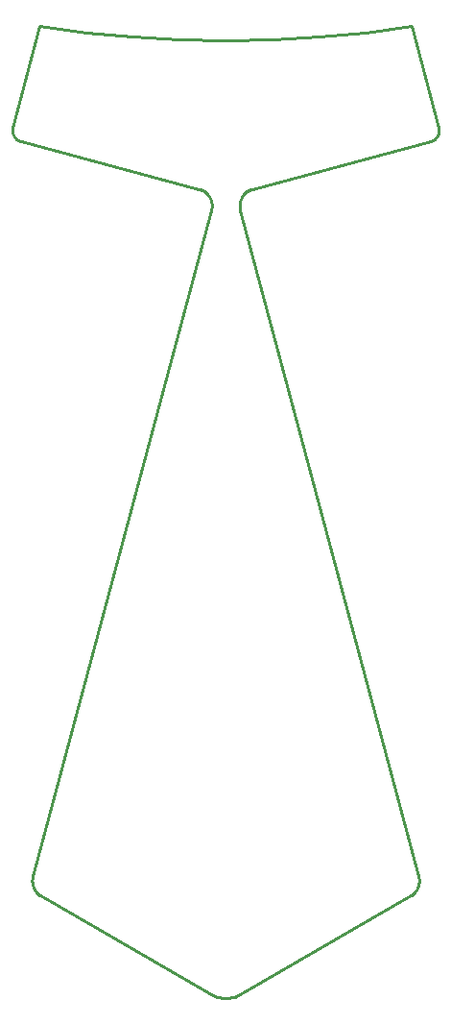
<source format=gbr>
%TF.GenerationSoftware,KiCad,Pcbnew,(5.99.0-12889-g70df3822b5)*%
%TF.CreationDate,2021-11-17T13:45:06-05:00*%
%TF.ProjectId,cover,636f7665-722e-46b6-9963-61645f706362,rev?*%
%TF.SameCoordinates,Original*%
%TF.FileFunction,Profile,NP*%
%FSLAX46Y46*%
G04 Gerber Fmt 4.6, Leading zero omitted, Abs format (unit mm)*
G04 Created by KiCad (PCBNEW (5.99.0-12889-g70df3822b5)) date 2021-11-17 13:45:06*
%MOMM*%
%LPD*%
G01*
G04 APERTURE LIST*
%TA.AperFunction,Profile*%
%ADD10C,0.264583*%
%TD*%
G04 APERTURE END LIST*
D10*
%TO.C,REF\u002A\u002A*%
X149262473Y-58609091D02*
X149190392Y-58634405D01*
X165788224Y-53143743D02*
X165800285Y-53193784D01*
X145772957Y-60124443D02*
X145775560Y-60050012D01*
X148592750Y-59051750D02*
X148546769Y-59107366D01*
X145496462Y-59165045D02*
X145453253Y-59107366D01*
X145897059Y-129640459D02*
X145750011Y-129561956D01*
X130003459Y-120023582D02*
X129986047Y-119965726D01*
X148986653Y-58729875D02*
X148923130Y-58767824D01*
X138784060Y-45149442D02*
X142889825Y-45382266D01*
X146358184Y-129813165D02*
X146201671Y-129766063D01*
X148265694Y-59686862D02*
X148250437Y-59757907D01*
X145742247Y-60349259D02*
X145756367Y-60274182D01*
X145769717Y-59902605D02*
X145761404Y-59829859D01*
X128821482Y-54337024D02*
X128774788Y-54317928D01*
X145715698Y-59616841D02*
X145693762Y-59547958D01*
X145761404Y-59829859D02*
X145749585Y-59757907D01*
X128186966Y-53540054D02*
X128181424Y-53491556D01*
X128392399Y-54021722D02*
X128363593Y-53983269D01*
X163904248Y-120246451D02*
X163844902Y-120351757D01*
X130428041Y-120678407D02*
X130383078Y-120636302D01*
X163319060Y-120861882D02*
X163319060Y-120861882D01*
X130603397Y-44218145D02*
X134687114Y-44761401D01*
X147952234Y-129708494D02*
X147798351Y-129766063D01*
X165822494Y-53393284D02*
X165821759Y-53442607D01*
X129958230Y-119847946D02*
X129947884Y-119788165D01*
X130626729Y-120829010D02*
X130574291Y-120794174D01*
X148102963Y-129640459D02*
X147952234Y-129708494D01*
X129939952Y-119727884D02*
X129934464Y-119667175D01*
X128774788Y-54317928D02*
X128729498Y-54296688D01*
X164045517Y-119297887D02*
X164062483Y-119421458D01*
X165711312Y-53860432D02*
X165688318Y-53902547D01*
X148546769Y-59107366D02*
X148503560Y-59165045D01*
X130155120Y-120351752D02*
X130124373Y-120299670D01*
X165663342Y-53943519D02*
X165636429Y-53983269D01*
X128205017Y-53635386D02*
X128194845Y-53588023D01*
X165576968Y-54058799D02*
X165544510Y-54094425D01*
X145574296Y-59286126D02*
X145536832Y-59224670D01*
X149336527Y-58587224D02*
X149262473Y-58609091D01*
X129970961Y-119907157D02*
X129958230Y-119847946D01*
X165081117Y-54368474D02*
X149336527Y-58587224D01*
X147641838Y-129813165D02*
X147483221Y-129849800D01*
X148230305Y-59902605D02*
X148225564Y-59976028D01*
X163954880Y-120136869D02*
X163904248Y-120246451D01*
X145724155Y-60424321D02*
X145724155Y-60424321D01*
X148641438Y-58998312D02*
X148592750Y-59051750D01*
X130474917Y-120718801D02*
X130428041Y-120678407D01*
X128918905Y-54368474D02*
X128869536Y-54353898D01*
X148225564Y-59976028D02*
X148224462Y-60050012D01*
X128190324Y-53243836D02*
X128199737Y-53193784D01*
X134687114Y-44761401D02*
X138784060Y-45149442D01*
X128729498Y-54296688D02*
X128685656Y-54273380D01*
X142889825Y-45382266D02*
X147000000Y-45459874D01*
X128194845Y-53588023D02*
X128186966Y-53540054D01*
X145453253Y-59107366D02*
X145407272Y-59051750D01*
X130222943Y-120452208D02*
X130187987Y-120402621D01*
X144737549Y-58609091D02*
X144663495Y-58587224D01*
X148861913Y-58808643D02*
X148803069Y-58852216D01*
X128525663Y-54161013D02*
X128489730Y-54128522D01*
X165732281Y-53817249D02*
X165711312Y-53860432D01*
X146676994Y-129875967D02*
X146516800Y-129849800D01*
X147000000Y-45459874D02*
X151110175Y-45382266D01*
X165225234Y-54317928D02*
X165178540Y-54337024D01*
X165474359Y-54161013D02*
X165436756Y-54191821D01*
X148306260Y-59547958D02*
X148284324Y-59616841D01*
X164017949Y-119174596D02*
X164045517Y-119297887D01*
X128183514Y-53293821D02*
X128190324Y-53243836D01*
X128232060Y-53727990D02*
X128217436Y-53682068D01*
X129986047Y-119965726D02*
X129970961Y-119907157D01*
X145076892Y-58767824D02*
X145013369Y-58729875D01*
X165813056Y-53540054D02*
X165805177Y-53588023D01*
X165751179Y-53773076D02*
X165732281Y-53817249D01*
X128267741Y-53817249D02*
X128248843Y-53773076D01*
X164029061Y-119907151D02*
X163996563Y-120023579D01*
X128643307Y-54248082D02*
X128602496Y-54220870D01*
X151110175Y-45382266D02*
X155215940Y-45149442D01*
X145307258Y-58947166D02*
X145253358Y-58898429D01*
X128311704Y-53902547D02*
X128288710Y-53860432D01*
X165314366Y-54273380D02*
X165270524Y-54296688D01*
X145774458Y-59976028D02*
X145769717Y-59902605D01*
X147161782Y-129891668D02*
X147000011Y-129896901D01*
X148391234Y-59349299D02*
X148359781Y-59414072D01*
X147483221Y-129849800D02*
X147323028Y-129875967D01*
X165436756Y-54191821D02*
X165397526Y-54220870D01*
X145536832Y-59224670D02*
X145496462Y-59165045D01*
X144663495Y-58587224D02*
X128918905Y-54368474D01*
X128177528Y-53393284D02*
X128179264Y-53343663D01*
X163616944Y-120636318D02*
X163525105Y-120718821D01*
X165544510Y-54094425D02*
X165510292Y-54128522D01*
X128423054Y-54058799D02*
X128392399Y-54021722D01*
X165607623Y-54021722D02*
X165576968Y-54058799D01*
X164017949Y-119174596D02*
X164017949Y-119174596D01*
X129982073Y-119174596D02*
X145724155Y-60424321D01*
X165800285Y-53193784D02*
X165809698Y-53243836D01*
X165510292Y-54128522D02*
X165474359Y-54161013D01*
X146201671Y-129766063D02*
X146047787Y-129708494D01*
X145253358Y-58898429D02*
X145196953Y-58852216D01*
X145608788Y-59349299D02*
X145574296Y-59286126D01*
X145750011Y-129561956D02*
X145750011Y-129561956D01*
X145749585Y-59757907D02*
X145734328Y-59686862D01*
X165788224Y-53143743D02*
X165788224Y-53143743D01*
X145756367Y-60274182D02*
X145766581Y-60199204D01*
X146838240Y-129891668D02*
X146676994Y-129875967D01*
X128181424Y-53491556D02*
X128178263Y-53442607D01*
X130680962Y-120861852D02*
X130680962Y-120861852D01*
X130680962Y-120861852D02*
X130626729Y-120829010D01*
X128288710Y-53860432D02*
X128267741Y-53817249D01*
X144947606Y-58694912D02*
X144879671Y-58663050D01*
X130340057Y-120592559D02*
X130299008Y-120547248D01*
X128178263Y-53442607D02*
X128177528Y-53393284D01*
X164062483Y-119421458D02*
X164069085Y-119544740D01*
X165795005Y-53635386D02*
X165782586Y-53682068D01*
X145766581Y-60199204D02*
X145772957Y-60124443D01*
X129930937Y-119544756D02*
X129932957Y-119483189D01*
X148803069Y-58852216D02*
X148746664Y-58898429D01*
X129934464Y-119667175D02*
X129931449Y-119606108D01*
X165178540Y-54337024D02*
X165130486Y-54353898D01*
X165821759Y-53442607D02*
X165818598Y-53491556D01*
X165805177Y-53588023D02*
X165795005Y-53635386D01*
X165636429Y-53983269D02*
X165607623Y-54021722D01*
X148692764Y-58947166D02*
X148641438Y-58998312D01*
X129954505Y-119297912D02*
X129966949Y-119236199D01*
X147323028Y-129875967D02*
X147161782Y-129891668D01*
X148227065Y-60124443D02*
X148233441Y-60199204D01*
X165820758Y-53343663D02*
X165822494Y-53393284D01*
X130045142Y-120136869D02*
X130023167Y-120080653D01*
X149120351Y-58663050D02*
X149052416Y-58694912D01*
X145750011Y-129561956D02*
X130680962Y-120861852D01*
X148257775Y-60349259D02*
X148275866Y-60424321D01*
X145775560Y-60050012D02*
X145774458Y-59976028D01*
X145358584Y-58998312D02*
X145307258Y-58947166D01*
X145693762Y-59547958D02*
X145668587Y-59480330D01*
X130095774Y-120246449D02*
X130069354Y-120192158D01*
X145640241Y-59414072D02*
X145608788Y-59349299D01*
X165130486Y-54353898D02*
X165081117Y-54368474D01*
X130523677Y-120757414D02*
X130474917Y-120718801D01*
X148503560Y-59165045D02*
X148463190Y-59224670D01*
X165397526Y-54220870D02*
X165356715Y-54248082D01*
X165688318Y-53902547D02*
X165663342Y-53943519D01*
X130124373Y-120299670D02*
X130095774Y-120246449D01*
X130383078Y-120636302D02*
X130340057Y-120592559D01*
X147798351Y-129766063D02*
X147641838Y-129813165D01*
X128217436Y-53682068D02*
X128205017Y-53635386D01*
X164069085Y-119544740D02*
X164065558Y-119667162D01*
X129937539Y-119421478D02*
X129944712Y-119359696D01*
X128489730Y-54128522D02*
X128455512Y-54094425D01*
X149190392Y-58634405D02*
X149120351Y-58663050D01*
X148224462Y-60050012D02*
X148227065Y-60124443D01*
X163425731Y-120794199D02*
X163319060Y-120861882D01*
X148284324Y-59616841D02*
X148265694Y-59686862D01*
X145407272Y-59051750D02*
X145358584Y-58998312D01*
X163996563Y-120023579D02*
X163954880Y-120136869D01*
X128685656Y-54273380D02*
X128643307Y-54248082D01*
X163396604Y-44218145D02*
X163396604Y-44218145D01*
X145138109Y-58808643D02*
X145076892Y-58767824D01*
X129944712Y-119359696D02*
X129954505Y-119297912D01*
X147000011Y-129896901D02*
X146838240Y-129891668D01*
X163844902Y-120351757D02*
X163777079Y-120452217D01*
X163525105Y-120718821D02*
X163425731Y-120794199D01*
X129947884Y-119788165D02*
X129939952Y-119727884D01*
X128918905Y-54368474D02*
X128918905Y-54368474D01*
X130299008Y-120547248D02*
X130259960Y-120500441D01*
X129982073Y-119174627D02*
X129982073Y-119174627D01*
X130023167Y-120080653D02*
X130003459Y-120023582D01*
X129982073Y-119174627D02*
X129982073Y-119174596D01*
X145668587Y-59480330D02*
X145640241Y-59414072D01*
X165816508Y-53293821D02*
X165820758Y-53343663D01*
X145734328Y-59686862D02*
X145715698Y-59616841D01*
X130603397Y-44218145D02*
X130603397Y-44218145D01*
X148746664Y-58898429D02*
X148692764Y-58947166D01*
X148250010Y-129561956D02*
X148250010Y-129561956D01*
X145196953Y-58852216D02*
X145138109Y-58808643D01*
X165818598Y-53491556D02*
X165813056Y-53540054D01*
X165767962Y-53727990D02*
X165751179Y-53773076D01*
X128363593Y-53983269D02*
X128336680Y-53943519D01*
X146516800Y-129849800D02*
X146358184Y-129813165D01*
X128455512Y-54094425D02*
X128423054Y-54058799D01*
X128179264Y-53343663D02*
X128183514Y-53293821D01*
X148243655Y-60274182D02*
X148257775Y-60349259D01*
X148238618Y-59829859D02*
X148230305Y-59902605D01*
X144809630Y-58634405D02*
X144737549Y-58609091D01*
X145013369Y-58729875D02*
X144947606Y-58694912D01*
X148923130Y-58767824D02*
X148861913Y-58808643D01*
X165270524Y-54296688D02*
X165225234Y-54317928D01*
X128602496Y-54220870D02*
X128563266Y-54191821D01*
X149052416Y-58694912D02*
X148986653Y-58729875D01*
X130574291Y-120794174D02*
X130523677Y-120757414D01*
X128199737Y-53193784D02*
X128211798Y-53143743D01*
X128211798Y-53143743D02*
X130603397Y-44218145D01*
X130259960Y-120500441D02*
X130222943Y-120452208D01*
X163777079Y-120452217D02*
X163701014Y-120547260D01*
X128869536Y-54353898D02*
X128821482Y-54337024D01*
X144663495Y-58587224D02*
X144663495Y-58587224D01*
X146047787Y-129708494D02*
X145897059Y-129640459D01*
X155215940Y-45149442D02*
X159312886Y-44761401D01*
X129932957Y-119483189D02*
X129937539Y-119421478D01*
X164052138Y-119788156D02*
X164029061Y-119907151D01*
X165782586Y-53682068D02*
X165767962Y-53727990D01*
X128336680Y-53943519D02*
X128311704Y-53902547D01*
X163396604Y-44218145D02*
X165788224Y-53143743D01*
X148359781Y-59414072D02*
X148331434Y-59480330D01*
X129931449Y-119606108D02*
X129930937Y-119544756D01*
X148250437Y-59757907D02*
X148238618Y-59829859D01*
X148250010Y-129561956D02*
X148102963Y-129640459D01*
X159312886Y-44761401D02*
X163396604Y-44218145D01*
X149336527Y-58587224D02*
X149336527Y-58587224D01*
X128563266Y-54191821D02*
X128525663Y-54161013D01*
X128211798Y-53143743D02*
X128211798Y-53143743D01*
X165356715Y-54248082D02*
X165314366Y-54273380D01*
X128248843Y-53773076D02*
X128232060Y-53727990D01*
X145724155Y-60424321D02*
X145742247Y-60349259D01*
X148425726Y-59286126D02*
X148391234Y-59349299D01*
X163701014Y-120547260D02*
X163616944Y-120636318D01*
X164065558Y-119667162D02*
X164052138Y-119788156D01*
X148463190Y-59224670D02*
X148425726Y-59286126D01*
X163319060Y-120861882D02*
X148250010Y-129561956D01*
X148275866Y-60424321D02*
X148275866Y-60424321D01*
X129966949Y-119236199D02*
X129982073Y-119174627D01*
X130187987Y-120402621D02*
X130155120Y-120351752D01*
X165809698Y-53243836D02*
X165816508Y-53293821D01*
X165081117Y-54368474D02*
X165081117Y-54368474D01*
X148331434Y-59480330D02*
X148306260Y-59547958D01*
X148233441Y-60199204D02*
X148243655Y-60274182D01*
X148275866Y-60424321D02*
X164017949Y-119174596D01*
X144879671Y-58663050D02*
X144809630Y-58634405D01*
X130069354Y-120192158D02*
X130045142Y-120136869D01*
%TD*%
M02*

</source>
